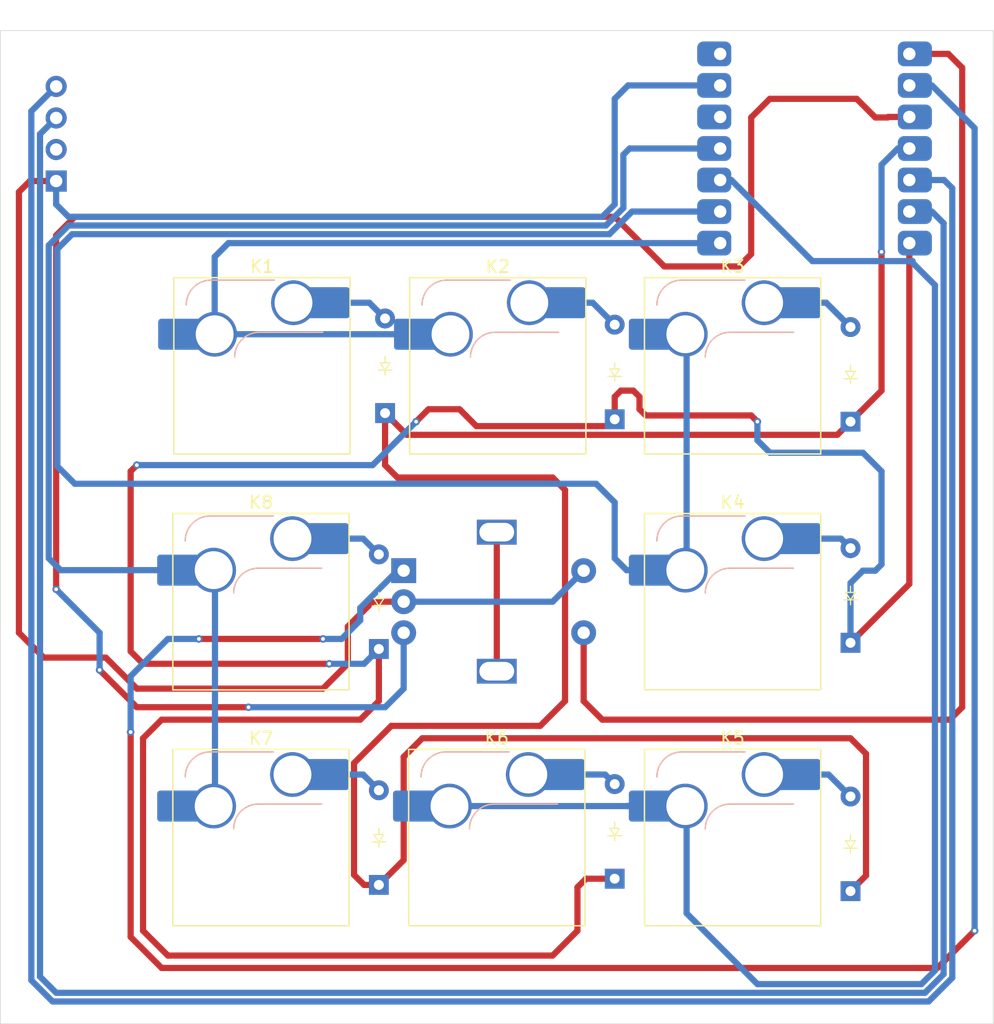
<source format=kicad_pcb>
(kicad_pcb (version 20240108) (generator "pcbnew") (generator_version "8.0")
  (layers (0 "F.Cu" signal) (31 "B.Cu" signal) (34 "B.Paste" user) (35 "F.Paste" user) (36 "B.SilkS" user "B.Silkscreen") (37 "F.SilkS" user "F.Silkscreen") (38 "B.Mask" user) (39 "F.Mask" user) (44 "Edge.Cuts" user))
  (net 0 "")
  (net 1 "ROW1")
  (net 2 "Net-(D1-A)")
  (net 4 "Net-(D3-A)")
  (net 5 "Net-(D4-A)")
  (net 6 "Net-(D5-A)")
  (net 7 "Net-(D6-A)")
  (net 8 "Net-(D7-A)")
  (net 9 "Net-(D8-A)")
  (net 10 "SDA")
  (net 11 "GND")
  (net 12 "SCL")
  (net 13 "+3V3R")
  (net 14 "COL1")
  (net 15 "COL2")
  (net 16 "ROTA1")
  (net 17 "ROTB1")
  (net 18 "ROTSW1")
  (net 19 "VCC")
  (net 21 "ROW2")
  (net 22 "COL3")
  (net 23 "COL4")
  (footprint "ScottoKeebs_Hotswap:Hotswap_MX_Plated_1.00u" (layer "F.Cu") (at 52 78)
    (property "Reference" "K6" (at 0 -8 0) (layer "F.SilkS"))
    (property "Value" "Keyswitch")
    (fp_line (start -4.1 -6.9) (end 1 -6.9) (stroke (width 0.12)) (layer "B.SilkS"))
    (fp_line (start -0.2 -2.7) (end 4.9 -2.7) (stroke (width 0.12)) (layer "B.SilkS"))
    (fp_arc (start -6.1 -4.9) (mid -5.514214 -6.314214) (end -4.1 -6.9) (stroke (width 0.12)) (layer "B.SilkS"))
    (fp_arc (start -2.2 -0.7) (mid -1.614214 -2.114214) (end -0.2 -2.7) (stroke (width 0.12)) (layer "B.SilkS"))
    (fp_line (start -7.1 -7.1) (end -7.1 7.1) (stroke (width 0.12)) (layer "F.SilkS"))
    (fp_line (start -7.1 7.1) (end 7.1 7.1) (stroke (width 0.12)) (layer "F.SilkS"))
    (fp_line (start 7.1 -7.1) (end -7.1 -7.1) (stroke (width 0.12)) (layer "F.SilkS"))
    (fp_line (start 7.1 7.1) (end 7.1 -7.1) (stroke (width 0.12)) (layer "F.SilkS"))
    (pad "" np_thru_hole circle (at -5.08 0) (size 1.75 1.75) (drill 1.75) (layers "F&B.Cu" "*.Mask") (clearance 0.1))
    (pad "" np_thru_hole circle (at 0 0) (size 4 4) (drill 4) (layers "*.Cu" "*.Mask"))
    (pad "" np_thru_hole circle (at 5.08 0) (size 1.75 1.75) (drill 1.75) (layers "*.Cu" "*.Mask"))
    (pad "1" smd roundrect (at -6.585 -2.54) (size 3.55 2.5) (layers "B.Cu") (roundrect_rratio 0.1) (net 22 "COL3"))
    (pad "1" thru_hole circle (at -3.81 -2.54) (size 3.6 3.6) (drill 3.05) (layers "*.Cu" "*.Mask") (net 22 "COL3"))
    (pad "2" thru_hole circle (at 2.54 -5.08) (size 3.6 3.6) (drill 3.05) (layers "*.Cu" "*.Mask") (net 7 "Net-(D6-A)"))
    (pad "2" smd roundrect (at 5.32 -5.08) (size 3.55 2.5) (layers "B.Cu") (roundrect_rratio 0.1) (net 7 "Net-(D6-A)"))
  )
  (footprint "ScottoKeebs_Components:Diode_DO-35" (layer "F.Cu") (at 43 43.81 90)
    (property "Reference" "D1" (hide yes))
    (property "Value" "Diode" (hide yes))
    (fp_line (start 3.46 -0.55) (end 3.46 0.55) (stroke (width 0.1)) (layer "F.SilkS"))
    (fp_line (start 4.06 -0.4) (end 4.06 0.4) (stroke (width 0.1)) (layer "F.SilkS"))
    (fp_line (start 4.06 0) (end 4.56 0) (stroke (width 0.1)) (layer "F.SilkS"))
    (fp_line (start 3.46 0) (end 4.06 -0.4) (stroke (width 0.1)) (layer "F.SilkS"))
    (fp_line (start 3.06 0) (end 3.46 0) (stroke (width 0.1)) (layer "F.SilkS"))
    (fp_line (start 4.06 0.4) (end 3.46 0) (stroke (width 0.1)) (layer "F.SilkS"))
    (pad "1" thru_hole rect (at 0 0 90) (size 1.6 1.6) (drill 0.8) (layers "*.Cu" "*.Mask") (net 1 "ROW1"))
    (pad "2" thru_hole oval (at 7.62 0 90) (size 1.6 1.6) (drill 0.8) (layers "*.Cu" "*.Mask") (net 2 "Net-(D1-A)"))
  )
  (footprint "ScottoKeebs_Components:Diode_DO-35" (layer "F.Cu") (at 61.5 81.31 90)
    (property "Reference" "D6" (hide yes))
    (property "Value" "Diode" (hide yes))
    (fp_line (start 3.46 -0.55) (end 3.46 0.55) (stroke (width 0.1)) (layer "F.SilkS"))
    (fp_line (start 4.06 -0.4) (end 4.06 0.4) (stroke (width 0.1)) (layer "F.SilkS"))
    (fp_line (start 4.06 0) (end 4.56 0) (stroke (width 0.1)) (layer "F.SilkS"))
    (fp_line (start 3.46 0) (end 4.06 -0.4) (stroke (width 0.1)) (layer "F.SilkS"))
    (fp_line (start 3.06 0) (end 3.46 0) (stroke (width 0.1)) (layer "F.SilkS"))
    (fp_line (start 4.06 0.4) (end 3.46 0) (stroke (width 0.1)) (layer "F.SilkS"))
    (pad "1" thru_hole rect (at 0 0 90) (size 1.6 1.6) (drill 0.8) (layers "*.Cu" "*.Mask") (net 21 "ROW2"))
    (pad "2" thru_hole oval (at 7.62 0 90) (size 1.6 1.6) (drill 0.8) (layers "*.Cu" "*.Mask") (net 7 "Net-(D6-A)"))
  )
  (footprint "ScottoKeebs_Scotto:Standoff_M2x6mm" (layer "F.Cu") (at 19 32)
    (property "Reference" "H5" (hide yes))
    (property "Value" "MountingHole" (hide yes))
    (pad "" np_thru_hole circle (at 0 0) (size 2.2 2.2) (drill 2.2) (layers "*.Cu" "*.Mask"))
  )
  (footprint "ScottoKeebs_Hotswap:Hotswap_MX_Plated_1.00u" (layer "F.Cu") (at 71 78)
    (property "Reference" "K5" (at 0 -8 0) (layer "F.SilkS"))
    (property "Value" "Keyswitch")
    (fp_line (start -4.1 -6.9) (end 1 -6.9) (stroke (width 0.12)) (layer "B.SilkS"))
    (fp_line (start -0.2 -2.7) (end 4.9 -2.7) (stroke (width 0.12)) (layer "B.SilkS"))
    (fp_arc (start -6.1 -4.9) (mid -5.514214 -6.314214) (end -4.1 -6.9) (stroke (width 0.12)) (layer "B.SilkS"))
    (fp_arc (start -2.2 -0.7) (mid -1.614214 -2.114214) (end -0.2 -2.7) (stroke (width 0.12)) (layer "B.SilkS"))
    (fp_line (start -7.1 -7.1) (end -7.1 7.1) (stroke (width 0.12)) (layer "F.SilkS"))
    (fp_line (start -7.1 7.1) (end 7.1 7.1) (stroke (width 0.12)) (layer "F.SilkS"))
    (fp_line (start 7.1 -7.1) (end -7.1 -7.1) (stroke (width 0.12)) (layer "F.SilkS"))
    (fp_line (start 7.1 7.1) (end 7.1 -7.1) (stroke (width 0.12)) (layer "F.SilkS"))
    (pad "" np_thru_hole circle (at -5.08 0) (size 1.75 1.75) (drill 1.75) (layers "F&B.Cu" "*.Mask") (clearance 0.1))
    (pad "" np_thru_hole circle (at 0 0) (size 4 4) (drill 4) (layers "*.Cu" "*.Mask"))
    (pad "" np_thru_hole circle (at 5.08 0) (size 1.75 1.75) (drill 1.75) (layers "*.Cu" "*.Mask"))
    (pad "1" smd roundrect (at -6.585 -2.54) (size 3.55 2.5) (layers "B.Cu") (roundrect_rratio 0.1) (net 22 "COL3"))
    (pad "1" thru_hole circle (at -3.81 -2.54) (size 3.6 3.6) (drill 3.05) (layers "*.Cu" "*.Mask") (net 22 "COL3"))
    (pad "2" thru_hole circle (at 2.54 -5.08) (size 3.6 3.6) (drill 3.05) (layers "*.Cu" "*.Mask") (net 6 "Net-(D5-A)"))
    (pad "2" smd roundrect (at 5.32 -5.08) (size 3.55 2.5) (layers "B.Cu") (roundrect_rratio 0.1) (net 6 "Net-(D5-A)"))
  )
  (footprint "ScottoKeebs_Scotto:Encoder_EC11_MX" (layer "F.Cu") (at 52 59)
    (property "Reference" "SW1" (hide yes))
    (property "Value" "RotaryEncoder_Switch" (hide yes))
    (pad "A" thru_hole rect (at -7.5 -2.5) (size 2 2) (drill 1) (layers "*.Cu" "*.Mask") (net 16 "ROTA1"))
    (pad "B" thru_hole circle (at -7.5 2.5) (size 2 2) (drill 1) (layers "*.Cu" "*.Mask") (net 17 "ROTB1"))
    (pad "C" thru_hole circle (at -7.5 0) (size 2 2) (drill 1) (layers "*.Cu" "*.Mask") (net 11 "GND"))
    (pad "MP" thru_hole rect (at 0 -5.6) (size 3.2 2) (drill oval 2.8 1.5) (layers "*.Cu" "*.Mask"))
    (pad "MP" thru_hole rect (at 0 5.6) (size 3.2 2) (drill oval 2.8 1.5) (layers "*.Cu" "*.Mask"))
    (pad "S1" thru_hole circle (at 7 2.5) (size 2 2) (drill 1) (layers "*.Cu" "*.Mask") (net 18 "ROTSW1"))
    (pad "S2" thru_hole circle (at 7 -2.5) (size 2 2) (drill 1) (layers "*.Cu" "*.Mask") (net 11 "GND"))
  )
  (footprint "ScottoKeebs_Components:Diode_DO-35" (layer "F.Cu") (at 80.5 62.31 90)
    (property "Reference" "D4" (hide yes))
    (property "Value" "Diode" (hide yes))
    (fp_line (start 3.46 -0.55) (end 3.46 0.55) (stroke (width 0.1)) (layer "F.SilkS"))
    (fp_line (start 4.06 -0.4) (end 4.06 0.4) (stroke (width 0.1)) (layer "F.SilkS"))
    (fp_line (start 4.06 0) (end 4.56 0) (stroke (width 0.1)) (layer "F.SilkS"))
    (fp_line (start 3.46 0) (end 4.06 -0.4) (stroke (width 0.1)) (layer "F.SilkS"))
    (fp_line (start 3.06 0) (end 3.46 0) (stroke (width 0.1)) (layer "F.SilkS"))
    (fp_line (start 4.06 0.4) (end 3.46 0) (stroke (width 0.1)) (layer "F.SilkS"))
    (pad "1" thru_hole rect (at 0 0 90) (size 1.6 1.6) (drill 0.8) (layers "*.Cu" "*.Mask") (net 21 "ROW2"))
    (pad "2" thru_hole oval (at 7.62 0 90) (size 1.6 1.6) (drill 0.8) (layers "*.Cu" "*.Mask") (net 5 "Net-(D4-A)"))
  )
  (footprint "ScottoKeebs_Hotswap:Hotswap_MX_Plated_1.00u" (layer "F.Cu") (at 33 78)
    (property "Reference" "K7" (at 0 -8 0) (layer "F.SilkS"))
    (property "Value" "Keyswitch")
    (fp_line (start -4.1 -6.9) (end 1 -6.9) (stroke (width 0.12)) (layer "B.SilkS"))
    (fp_line (start -0.2 -2.7) (end 4.9 -2.7) (stroke (width 0.12)) (layer "B.SilkS"))
    (fp_arc (start -6.1 -4.9) (mid -5.514214 -6.314214) (end -4.1 -6.9) (stroke (width 0.12)) (layer "B.SilkS"))
    (fp_arc (start -2.2 -0.7) (mid -1.614214 -2.114214) (end -0.2 -2.7) (stroke (width 0.12)) (layer "B.SilkS"))
    (fp_line (start -7.1 -7.1) (end -7.1 7.1) (stroke (width 0.12)) (layer "F.SilkS"))
    (fp_line (start -7.1 7.1) (end 7.1 7.1) (stroke (width 0.12)) (layer "F.SilkS"))
    (fp_line (start 7.1 -7.1) (end -7.1 -7.1) (stroke (width 0.12)) (layer "F.SilkS"))
    (fp_line (start 7.1 7.1) (end 7.1 -7.1) (stroke (width 0.12)) (layer "F.SilkS"))
    (pad "" np_thru_hole circle (at -5.08 0) (size 1.75 1.75) (drill 1.75) (layers "F&B.Cu" "*.Mask") (clearance 0.1))
    (pad "" np_thru_hole circle (at 0 0) (size 4 4) (drill 4) (layers "*.Cu" "*.Mask"))
    (pad "" np_thru_hole circle (at 5.08 0) (size 1.75 1.75) (drill 1.75) (layers "*.Cu" "*.Mask"))
    (pad "1" smd roundrect (at -6.585 -2.54) (size 3.55 2.5) (layers "B.Cu") (roundrect_rratio 0.1) (net 23 "COL4"))
    (pad "1" thru_hole circle (at -3.81 -2.54) (size 3.6 3.6) (drill 3.05) (layers "*.Cu" "*.Mask") (net 23 "COL4"))
    (pad "2" thru_hole circle (at 2.54 -5.08) (size 3.6 3.6) (drill 3.05) (layers "*.Cu" "*.Mask") (net 8 "Net-(D7-A)"))
    (pad "2" smd roundrect (at 5.32 -5.08) (size 3.55 2.5) (layers "B.Cu") (roundrect_rratio 0.1) (net 8 "Net-(D7-A)"))
  )
  (footprint "ScottoKeebs_Components:Diode_DO-35" (layer "F.Cu") (at 80.5 44.5 90)
    (property "Reference" "D3" (hide yes))
    (property "Value" "Diode" (hide yes))
    (fp_line (start 3.46 -0.55) (end 3.46 0.55) (stroke (width 0.1)) (layer "F.SilkS"))
    (fp_line (start 4.06 -0.4) (end 4.06 0.4) (stroke (width 0.1)) (layer "F.SilkS"))
    (fp_line (start 4.06 0) (end 4.56 0) (stroke (width 0.1)) (layer "F.SilkS"))
    (fp_line (start 3.46 0) (end 4.06 -0.4) (stroke (width 0.1)) (layer "F.SilkS"))
    (fp_line (start 3.06 0) (end 3.46 0) (stroke (width 0.1)) (layer "F.SilkS"))
    (fp_line (start 4.06 0.4) (end 3.46 0) (stroke (width 0.1)) (layer "F.SilkS"))
    (pad "1" thru_hole rect (at 0 0 90) (size 1.6 1.6) (drill 0.8) (layers "*.Cu" "*.Mask") (net 1 "ROW1"))
    (pad "2" thru_hole oval (at 7.62 0 90) (size 1.6 1.6) (drill 0.8) (layers "*.Cu" "*.Mask") (net 4 "Net-(D3-A)"))
  )
  (footprint "ScottoKeebs_Scotto:Standoff_M2x6mm" (layer "F.Cu") (at 84.5 86)
    (property "Reference" "H1" (hide yes))
    (property "Value" "MountingHole" (hide yes))
    (pad "" np_thru_hole circle (at 0 0) (size 2.2 2.2) (drill 2.2) (layers "*.Cu" "*.Mask"))
  )
  (footprint "ScottoKeebs_Components:OLED_128x32" (layer "F.Cu") (at 14.9 15.32)
    (property "Reference" "J1" (hide yes))
    (property "Value" "OLED_128x32")
    (pad "1" thru_hole rect (at 1.6 9.8 180) (size 1.7 1.7) (drill 1) (layers "*.Cu" "*.Mask") (net 11 "GND"))
    (pad "2" thru_hole oval (at 1.6 7.26 180) (size 1.7 1.7) (drill 1) (layers "*.Cu" "*.Mask") (net 13 "+3V3R"))
    (pad "3" thru_hole oval (at 1.6 4.72 180) (size 1.7 1.7) (drill 1) (layers "*.Cu" "*.Mask") (net 12 "SCL"))
    (pad "4" thru_hole oval (at 1.6 2.18 180) (size 1.7 1.7) (drill 1) (layers "*.Cu" "*.Mask") (net 10 "SDA"))
  )
  (footprint "ScottoKeebs_Components:Diode_DO-35" (layer "F.Cu") (at 42.5 62.81 90)
    (property "Reference" "D8" (hide yes))
    (property "Value" "Diode" (hide yes))
    (fp_line (start 3.46 -0.55) (end 3.46 0.55) (stroke (width 0.1)) (layer "F.SilkS"))
    (fp_line (start 4.06 -0.4) (end 4.06 0.4) (stroke (width 0.1)) (layer "F.SilkS"))
    (fp_line (start 4.06 0) (end 4.56 0) (stroke (width 0.1)) (layer "F.SilkS"))
    (fp_line (start 3.46 0) (end 4.06 -0.4) (stroke (width 0.1)) (layer "F.SilkS"))
    (fp_line (start 3.06 0) (end 3.46 0) (stroke (width 0.1)) (layer "F.SilkS"))
    (fp_line (start 4.06 0.4) (end 3.46 0) (stroke (width 0.1)) (layer "F.SilkS"))
    (pad "1" thru_hole rect (at 0 0 90) (size 1.6 1.6) (drill 0.8) (layers "*.Cu" "*.Mask") (net 21 "ROW2"))
    (pad "2" thru_hole oval (at 7.62 0 90) (size 1.6 1.6) (drill 0.8) (layers "*.Cu" "*.Mask") (net 9 "Net-(D8-A)"))
  )
  (footprint "ScottoKeebs_Hotswap:Hotswap_MX_Plated_1.00u" (layer "F.Cu") (at 71 59)
    (property "Reference" "K4" (at 0 -8 0) (layer "F.SilkS"))
    (property "Value" "Keyswitch")
    (fp_line (start -4.1 -6.9) (end 1 -6.9) (stroke (width 0.12)) (layer "B.SilkS"))
    (fp_line (start -0.2 -2.7) (end 4.9 -2.7) (stroke (width 0.12)) (layer "B.SilkS"))
    (fp_arc (start -6.1 -4.9) (mid -5.514214 -6.314214) (end -4.1 -6.9) (stroke (width 0.12)) (layer "B.SilkS"))
    (fp_arc (start -2.2 -0.7) (mid -1.614214 -2.114214) (end -0.2 -2.7) (stroke (width 0.12)) (layer "B.SilkS"))
    (fp_line (start -7.1 -7.1) (end -7.1 7.1) (stroke (width 0.12)) (layer "F.SilkS"))
    (fp_line (start -7.1 7.1) (end 7.1 7.1) (stroke (width 0.12)) (layer "F.SilkS"))
    (fp_line (start 7.1 -7.1) (end -7.1 -7.1) (stroke (width 0.12)) (layer "F.SilkS"))
    (fp_line (start 7.1 7.1) (end 7.1 -7.1) (stroke (width 0.12)) (layer "F.SilkS"))
    (pad "" np_thru_hole circle (at -5.08 0) (size 1.75 1.75) (drill 1.75) (layers "F&B.Cu" "*.Mask") (clearance 0.1))
    (pad "" np_thru_hole circle (at 0 0) (size 4 4) (drill 4) (layers "*.Cu" "*.Mask"))
    (pad "" np_thru_hole circle (at 5.08 0) (size 1.75 1.75) (drill 1.75) (layers "*.Cu" "*.Mask"))
    (pad "1" smd roundrect (at -6.585 -2.54) (size 3.55 2.5) (layers "B.Cu") (roundrect_rratio 0.1) (net 15 "COL2"))
    (pad "1" thru_hole circle (at -3.81 -2.54) (size 3.6 3.6) (drill 3.05) (layers "*.Cu" "*.Mask") (net 15 "COL2"))
    (pad "2" thru_hole circle (at 2.54 -5.08) (size 3.6 3.6) (drill 3.05) (layers "*.Cu" "*.Mask") (net 5 "Net-(D4-A)"))
    (pad "2" smd roundrect (at 5.32 -5.08) (size 3.55 2.5) (layers "B.Cu") (roundrect_rratio 0.1) (net 5 "Net-(D4-A)"))
  )
  (footprint "ScottoKeebs_Scotto:Standoff_M2x6mm" (layer "F.Cu") (at 57 17)
    (property "Reference" "H2" (hide yes))
    (property "Value" "MountingHole" (hide yes))
    (pad "" np_thru_hole circle (at 0 0) (size 2.2 2.2) (drill 2.2) (layers "*.Cu" "*.Mask"))
  )
  (footprint "ScottoKeebs_Hotswap:Hotswap_MX_Plated_1.00u" (layer "F.Cu") (at 33.08 40)
    (property "Reference" "K1" (at 0 -8 0) (layer "F.SilkS"))
    (property "Value" "Keyswitch")
    (fp_line (start -4.1 -6.9) (end 1 -6.9) (stroke (width 0.12)) (layer "B.SilkS"))
    (fp_line (start -0.2 -2.7) (end 4.9 -2.7) (stroke (width 0.12)) (layer "B.SilkS"))
    (fp_arc (start -6.1 -4.9) (mid -5.514214 -6.314214) (end -4.1 -6.9) (stroke (width 0.12)) (layer "B.SilkS"))
    (fp_arc (start -2.2 -0.7) (mid -1.614214 -2.114214) (end -0.2 -2.7) (stroke (width 0.12)) (layer "B.SilkS"))
    (fp_line (start -7.1 -7.1) (end -7.1 7.1) (stroke (width 0.12)) (layer "F.SilkS"))
    (fp_line (start -7.1 7.1) (end 7.1 7.1) (stroke (width 0.12)) (layer "F.SilkS"))
    (fp_line (start 7.1 -7.1) (end -7.1 -7.1) (stroke (width 0.12)) (layer "F.SilkS"))
    (fp_line (start 7.1 7.1) (end 7.1 -7.1) (stroke (width 0.12)) (layer "F.SilkS"))
    (pad "" np_thru_hole circle (at -5.08 0) (size 1.75 1.75) (drill 1.75) (layers "F&B.Cu" "*.Mask") (clearance 0.1))
    (pad "" np_thru_hole circle (at 0 0) (size 4 4) (drill 4) (layers "*.Cu" "*.Mask"))
    (pad "" np_thru_hole circle (at 5.08 0) (size 1.75 1.75) (drill 1.75) (layers "*.Cu" "*.Mask"))
    (pad "1" smd roundrect (at -6.585 -2.54) (size 3.55 2.5) (layers "B.Cu") (roundrect_rratio 0.1) (net 14 "COL1"))
    (pad "1" thru_hole circle (at -3.81 -2.54) (size 3.6 3.6) (drill 3.05) (layers "*.Cu" "*.Mask") (net 14 "COL1"))
    (pad "2" thru_hole circle (at 2.54 -5.08) (size 3.6 3.6) (drill 3.05) (layers "*.Cu" "*.Mask") (net 2 "Net-(D1-A)"))
    (pad "2" smd roundrect (at 5.32 -5.08) (size 3.55 2.5) (layers "B.Cu") (roundrect_rratio 0.1) (net 2 "Net-(D1-A)"))
  )
  (footprint "ScottoKeebs_Components:Diode_DO-35" (layer "F.Cu") (at 80.5 82.31 90)
    (property "Reference" "D5" (hide yes))
    (property "Value" "Diode" (hide yes))
    (fp_line (start 3.46 -0.55) (end 3.46 0.55) (stroke (width 0.1)) (layer "F.SilkS"))
    (fp_line (start 4.06 -0.4) (end 4.06 0.4) (stroke (width 0.1)) (layer "F.SilkS"))
    (fp_line (start 4.06 0) (end 4.56 0) (stroke (width 0.1)) (layer "F.SilkS"))
    (fp_line (start 3.46 0) (end 4.06 -0.4) (stroke (width 0.1)) (layer "F.SilkS"))
    (fp_line (start 3.06 0) (end 3.46 0) (stroke (width 0.1)) (layer "F.SilkS"))
    (fp_line (start 4.06 0.4) (end 3.46 0) (stroke (width 0.1)) (layer "F.SilkS"))
    (pad "1" thru_hole rect (at 0 0 90) (size 1.6 1.6) (drill 0.8) (layers "*.Cu" "*.Mask") (net 1 "ROW1"))
    (pad "2" thru_hole oval (at 7.62 0 90) (size 1.6 1.6) (drill 0.8) (layers "*.Cu" "*.Mask") (net 6 "Net-(D5-A)"))
  )
  (footprint "ScottoKeebs_Components:Diode_DO-35" (layer "F.Cu") (at 61.5 44.31 90)
    (property "Reference" "D2" (hide yes))
    (property "Value" "Diode" (hide yes))
    (fp_line (start 3.46 -0.55) (end 3.46 0.55) (stroke (width 0.1)) (layer "F.SilkS"))
    (fp_line (start 4.06 -0.4) (end 4.06 0.4) (stroke (width 0.1)) (layer "F.SilkS"))
    (fp_line (start 4.06 0) (end 4.56 0) (stroke (width 0.1)) (layer "F.SilkS"))
    (fp_line (start 3.46 0) (end 4.06 -0.4) (stroke (width 0.1)) (layer "F.SilkS"))
    (fp_line (start 3.06 0) (end 3.46 0) (stroke (width 0.1)) (layer "F.SilkS"))
    (fp_line (start 4.06 0.4) (end 3.46 0) (stroke (width 0.1)) (layer "F.SilkS"))
    (pad "1" thru_hole rect (at 0 0 90) (size 1.6 1.6) (drill 0.8) (layers "*.Cu" "*.Mask") (net 21 "ROW2"))
    (pad "2" thru_hole oval (at 7.62 0 90) (size 1.6 1.6) (drill 0.8) (layers "*.Cu" "*.Mask"))
  )
  (footprint "ScottoKeebs_Hotswap:Hotswap_MX_Plated_1.00u" (layer "F.Cu") (at 33 59)
    (property "Reference" "K8" (at 0 -8 0) (layer "F.SilkS"))
    (property "Value" "Keyswitch")
    (fp_line (start -4.1 -6.9) (end 1 -6.9) (stroke (width 0.12)) (layer "B.SilkS"))
    (fp_line (start -0.2 -2.7) (end 4.9 -2.7) (stroke (width 0.12)) (layer "B.SilkS"))
    (fp_arc (start -6.1 -4.9) (mid -5.514214 -6.314214) (end -4.1 -6.9) (stroke (width 0.12)) (layer "B.SilkS"))
    (fp_arc (start -2.2 -0.7) (mid -1.614214 -2.114214) (end -0.2 -2.7) (stroke (width 0.12)) (layer "B.SilkS"))
    (fp_line (start -7.1 -7.1) (end -7.1 7.1) (stroke (width 0.12)) (layer "F.SilkS"))
    (fp_line (start -7.1 7.1) (end 7.1 7.1) (stroke (width 0.12)) (layer "F.SilkS"))
    (fp_line (start 7.1 -7.1) (end -7.1 -7.1) (stroke (width 0.12)) (layer "F.SilkS"))
    (fp_line (start 7.1 7.1) (end 7.1 -7.1) (stroke (width 0.12)) (layer "F.SilkS"))
    (pad "" np_thru_hole circle (at -5.08 0) (size 1.75 1.75) (drill 1.75) (layers "F&B.Cu" "*.Mask") (clearance 0.1))
    (pad "" np_thru_hole circle (at 0 0) (size 4 4) (drill 4) (layers "*.Cu" "*.Mask"))
    (pad "" np_thru_hole circle (at 5.08 0) (size 1.75 1.75) (drill 1.75) (layers "*.Cu" "*.Mask"))
    (pad "1" smd roundrect (at -6.585 -2.54) (size 3.55 2.5) (layers "B.Cu") (roundrect_rratio 0.1) (net 23 "COL4"))
    (pad "1" thru_hole circle (at -3.81 -2.54) (size 3.6 3.6) (drill 3.05) (layers "*.Cu" "*.Mask") (net 23 "COL4"))
    (pad "2" thru_hole circle (at 2.54 -5.08) (size 3.6 3.6) (drill 3.05) (layers "*.Cu" "*.Mask") (net 9 "Net-(D8-A)"))
    (pad "2" smd roundrect (at 5.32 -5.08) (size 3.55 2.5) (layers "B.Cu") (roundrect_rratio 0.1) (net 9 "Net-(D8-A)"))
  )
  (footprint "ScottoKeebs_Scotto:Standoff_M2x6mm" (layer "F.Cu") (at 84.5 64.5)
    (property "Reference" "H3" (hide yes))
    (property "Value" "MountingHole" (hide yes))
    (pad "" np_thru_hole circle (at 0 0) (size 2.2 2.2) (drill 2.2) (layers "*.Cu" "*.Mask"))
  )
  (footprint "ScottoKeebs_Components:Diode_DO-35" (layer "F.Cu") (at 42.5 81.81 90)
    (property "Reference" "D7" (hide yes))
    (property "Value" "Diode" (hide yes))
    (fp_line (start 3.46 -0.55) (end 3.46 0.55) (stroke (width 0.1)) (layer "F.SilkS"))
    (fp_line (start 4.06 -0.4) (end 4.06 0.4) (stroke (width 0.1)) (layer "F.SilkS"))
    (fp_line (start 4.06 0) (end 4.56 0) (stroke (width 0.1)) (layer "F.SilkS"))
    (fp_line (start 3.46 0) (end 4.06 -0.4) (stroke (width 0.1)) (layer "F.SilkS"))
    (fp_line (start 3.06 0) (end 3.46 0) (stroke (width 0.1)) (layer "F.SilkS"))
    (fp_line (start 4.06 0.4) (end 3.46 0) (stroke (width 0.1)) (layer "F.SilkS"))
    (pad "1" thru_hole rect (at 0 0 90) (size 1.6 1.6) (drill 0.8) (layers "*.Cu" "*.Mask") (net 1 "ROW1"))
    (pad "2" thru_hole oval (at 7.62 0 90) (size 1.6 1.6) (drill 0.8) (layers "*.Cu" "*.Mask") (net 8 "Net-(D7-A)"))
  )
  (footprint "ScottoKeebs_Hotswap:Hotswap_MX_Plated_1.00u" (layer "F.Cu") (at 52.08 40)
    (property "Reference" "K2" (at 0 -8 0) (layer "F.SilkS"))
    (property "Value" "Keyswitch")
    (fp_line (start -4.1 -6.9) (end 1 -6.9) (stroke (width 0.12)) (layer "B.SilkS"))
    (fp_line (start -0.2 -2.7) (end 4.9 -2.7) (stroke (width 0.12)) (layer "B.SilkS"))
    (fp_arc (start -6.1 -4.9) (mid -5.514214 -6.314214) (end -4.1 -6.9) (stroke (width 0.12)) (layer "B.SilkS"))
    (fp_arc (start -2.2 -0.7) (mid -1.614214 -2.114214) (end -0.2 -2.7) (stroke (width 0.12)) (layer "B.SilkS"))
    (fp_line (start -7.1 -7.1) (end -7.1 7.1) (stroke (width 0.12)) (layer "F.SilkS"))
    (fp_line (start -7.1 7.1) (end 7.1 7.1) (stroke (width 0.12)) (layer "F.SilkS"))
    (fp_line (start 7.1 -7.1) (end -7.1 -7.1) (stroke (width 0.12)) (layer "F.SilkS"))
    (fp_line (start 7.1 7.1) (end 7.1 -7.1) (stroke (width 0.12)) (layer "F.SilkS"))
    (pad "" np_thru_hole circle (at -5.08 0) (size 1.75 1.75) (drill 1.75) (layers "F&B.Cu" "*.Mask") (clearance 0.1))
    (pad "" np_thru_hole circle (at 0 0) (size 4 4) (drill 4) (layers "*.Cu" "*.Mask"))
    (pad "" np_thru_hole circle (at 5.08 0) (size 1.75 1.75) (drill 1.75) (layers "*.Cu" "*.Mask"))
    (pad "1" smd roundrect (at -6.585 -2.54) (size 3.55 2.5) (layers "B.Cu") (roundrect_rratio 0.1))
    (pad "1" thru_hole circle (at -3.81 -2.54) (size 3.6 3.6) (drill 3.05) (layers "*.Cu" "*.Mask"))
    (pad "2" thru_hole circle (at 2.54 -5.08) (size 3.6 3.6) (drill 3.05) (layers "*.Cu" "*.Mask"))
    (pad "2" smd roundrect (at 5.32 -5.08) (size 3.55 2.5) (layers "B.Cu") (roundrect_rratio 0.1))
  )
  (footprint "ScottoKeebs_Hotswap:Hotswap_MX_Plated_1.00u" (layer "F.Cu") (at 71 40)
    (property "Reference" "K3" (at 0 -8 0) (layer "F.SilkS"))
    (property "Value" "Keyswitch")
    (fp_line (start -4.1 -6.9) (end 1 -6.9) (stroke (width 0.12)) (layer "B.SilkS"))
    (fp_line (start -0.2 -2.7) (end 4.9 -2.7) (stroke (width 0.12)) (layer "B.SilkS"))
    (fp_arc (start -6.1 -4.9) (mid -5.514214 -6.314214) (end -4.1 -6.9) (stroke (width 0.12)) (layer "B.SilkS"))
    (fp_arc (start -2.2 -0.7) (mid -1.614214 -2.114214) (end -0.2 -2.7) (stroke (width 0.12)) (layer "B.SilkS"))
    (fp_line (start -7.1 -7.1) (end -7.1 7.1) (stroke (width 0.12)) (layer "F.SilkS"))
    (fp_line (start -7.1 7.1) (end 7.1 7.1) (stroke (width 0.12)) (layer "F.SilkS"))
    (fp_line (start 7.1 -7.1) (end -7.1 -7.1) (stroke (width 0.12)) (layer "F.SilkS"))
    (fp_line (start 7.1 7.1) (end 7.1 -7.1) (stroke (width 0.12)) (layer "F.SilkS"))
    (pad "" np_thru_hole circle (at -5.08 0) (size 1.75 1.75) (drill 1.75) (layers "F&B.Cu" "*.Mask") (clearance 0.1))
    (pad "" np_thru_hole circle (at 0 0) (size 4 4) (drill 4) (layers "*.Cu" "*.Mask"))
    (pad "" np_thru_hole circle (at 5.08 0) (size 1.75 1.75) (drill 1.75) (layers "*.Cu" "*.Mask"))
    (pad "1" smd roundrect (at -6.585 -2.54) (size 3.55 2.5) (layers "B.Cu") (roundrect_rratio 0.1) (net 15 "COL2"))
    (pad "1" thru_hole circle (at -3.81 -2.54) (size 3.6 3.6) (drill 3.05) (layers "*.Cu" "*.Mask") (net 15 "COL2"))
    (pad "2" thru_hole circle (at 2.54 -5.08) (size 3.6 3.6) (drill 3.05) (layers "*.Cu" "*.Mask") (net 4 "Net-(D3-A)"))
    (pad "2" smd roundrect (at 5.32 -5.08) (size 3.55 2.5) (layers "B.Cu") (roundrect_rratio 0.1) (net 4 "Net-(D3-A)"))
  )
  (footprint "ScottoKeebs_Scotto:Standoff_M2x6mm" (layer "F.Cu") (at 18.5 86.5)
    (property "Reference" "H4" (hide yes))
    (property "Value" "MountingHole" (hide yes))
    (pad "" np_thru_hole circle (at 0 0) (size 2.2 2.2) (drill 2.2) (layers "*.Cu" "*.Mask"))
  )
  (footprint "ScottoKeebs_MCU:Seeed_XIAO_RP2040" (layer "B.Cu") (at 77.62 22.5 180)
    (property "Reference" "U2" (hide yes))
    (property "Value" "MCU_Seeed_XIAO_RP2040")
    (pad "1" smd roundrect (at -8.065 7.62 180) (size 2.75 2) (layers "B.Cu" "B.Paste" "B.Mask") (net 18 "ROTSW1"))
    (pad "1" thru_hole rect (at -7.62 7.62 90) (size 1.6 1.6) (drill 1) (layers "*.Cu" "*.Mask") (net 18 "ROTSW1"))
    (pad "2" smd roundrect (at -8.065 5.08 180) (size 2.75 2) (layers "B.Cu" "B.Paste" "B.Mask") (net 16 "ROTA1"))
    (pad "2" thru_hole circle (at -7.62 5.08 90) (size 1.6 1.6) (drill 1) (layers "*.Cu" "*.Mask") (net 16 "ROTA1"))
    (pad "3" smd roundrect (at -8.065 2.54 180) (size 2.75 2) (layers "B.Cu" "B.Paste" "B.Mask") (net 17 "ROTB1"))
    (pad "3" thru_hole circle (at -7.62 2.54 90) (size 1.6 1.6) (drill 1) (layers "*.Cu" "*.Mask") (net 17 "ROTB1"))
    (pad "4" smd roundrect (at -8.065 0 180) (size 2.75 2) (layers "B.Cu" "B.Paste" "B.Mask") (net 1 "ROW1"))
    (pad "4" thru_hole circle (at -7.62 0 90) (size 1.6 1.6) (drill 1) (layers "*.Cu" "*.Mask") (net 1 "ROW1"))
    (pad "5" smd roundrect (at -8.065 -2.54 180) (size 2.75 2) (layers "B.Cu" "B.Paste" "B.Mask") (net 10 "SDA"))
    (pad "5" thru_hole circle (at -7.62 -2.54 90) (size 1.6 1.6) (drill 1) (layers "*.Cu" "*.Mask") (net 10 "SDA"))
    (pad "6" smd roundrect (at -8.065 -5.08 180) (size 2.75 2) (layers "B.Cu" "B.Paste" "B.Mask") (net 12 "SCL"))
    (pad "6" thru_hole circle (at -7.62 -5.08 90) (size 1.6 1.6) (drill 1) (layers "*.Cu" "*.Mask") (net 12 "SCL"))
    (pad "7" smd roundrect (at -8.065 -7.62 180) (size 2.75 2) (layers "B.Cu" "B.Paste" "B.Mask") (net 21 "ROW2"))
    (pad "7" thru_hole circle (at -7.62 -7.62 90) (size 1.6 1.6) (drill 1) (layers "*.Cu" "*.Mask") (net 21 "ROW2"))
    (pad "8" thru_hole circle (at 7.62 -7.62 90) (size 1.6 1.6) (drill 1) (layers "*.Cu" "*.Mask") (net 14 "COL1"))
    (pad "8" smd roundrect (at 8.1 -7.62 180) (size 2.75 2) (layers "B.Cu" "B.Paste" "B.Mask") (net 14 "COL1"))
    (pad "9" thru_hole circle (at 7.62 -5.08 90) (size 1.6 1.6) (drill 1) (layers "*.Cu" "*.Mask") (net 15 "COL2"))
    (pad "9" smd roundrect (at 8.1 -5.08 180) (size 2.75 2) (layers "B.Cu" "B.Paste" "B.Mask") (net 15 "COL2"))
    (pad "10" thru_hole circle (at 7.62 -2.54 90) (size 1.6 1.6) (drill 1) (layers "*.Cu" "*.Mask") (net 22 "COL3"))
    (pad "10" smd roundrect (at 8.1 -2.54 180) (size 2.75 2) (layers "B.Cu" "B.Paste" "B.Mask") (net 22 "COL3"))
    (pad "11" thru_hole circle (at 7.62 0 90) (size 1.6 1.6) (drill 1) (layers "*.Cu" "*.Mask") (net 23 "COL4"))
    (pad "11" smd roundrect (at 8.1 0 180) (size 2.75 2) (layers "B.Cu" "B.Paste" "B.Mask") (net 23 "COL4"))
    (pad "12" thru_hole circle (at 7.62 2.54 90) (size 1.6 1.6) (drill 1) (layers "*.Cu" "*.Mask"))
    (pad "12" smd roundrect (at 8.1 2.54 180) (size 2.75 2) (layers "B.Cu" "B.Paste" "B.Mask"))
    (pad "13" thru_hole circle (at 7.62 5.08 90) (size 1.6 1.6) (drill 1) (layers "*.Cu" "*.Mask") (net 11 "GND"))
    (pad "13" smd roundrect (at 8.1 5.08 180) (size 2.75 2) (layers "B.Cu" "B.Paste" "B.Mask") (net 11 "GND"))
    (pad "14" thru_hole circle (at 7.62 7.62 90) (size 1.6 1.6) (drill 1) (layers "*.Cu" "*.Mask") (net 19 "VCC"))
    (pad "14" smd roundrect (at 8.1 7.62 180) (size 2.75 2) (layers "B.Cu" "B.Paste" "B.Mask") (net 19 "VCC"))
  )
  (gr_rect (start 12 13) (end 92 93) (stroke (width 0.05)) (fill none) (layer "Edge.Cuts"))
  (segment (start 52 53.4) (end 52 64.6) (width 0.5) (layer "F.Cu") (net 0))
  (segment (start 54.62 34.92) (end 59.73 34.92) (width 0.5) (layer "B.Cu") (net 0))
  (segment (start 59.73 34.92) (end 61.5 36.69) (width 0.5) (layer "B.Cu") (net 0))
  (segment (start 44.75 45.56) (end 43 43.81) (width 0.5) (layer "F.Cu") (net 1))
  (segment (start 80.5 82.31) (end 81.75 81.06) (width 0.5) (layer "F.Cu") (net 1))
  (segment (start 43 48) (end 43 43.81) (width 0.5) (layer "F.Cu") (net 1))
  (segment (start 44.5 71.5) (end 44.5 79.81) (width 0.5) (layer "F.Cu") (net 1))
  (segment (start 81.75 71.25) (end 80.5 70) (width 0.5) (layer "F.Cu") (net 1))
  (segment (start 57.5 67) (end 57.5 50) (width 0.5) (layer "F.Cu") (net 1))
  (segment (start 83 42) (end 80.5 44.5) (width 0.5) (layer "F.Cu") (net 1))
  (segment (start 80.5 70) (end 46 70) (width 0.5) (layer "F.Cu") (net 1))
  (segment (start 41.31 81.81) (end 40.5 81) (width 0.5) (layer "F.Cu") (net 1))
  (segment (start 83 30.82) (end 83 42) (width 0.5) (layer "F.Cu") (net 1))
  (segment (start 42.5 81.81) (end 41.31 81.81) (width 0.5) (layer "F.Cu") (net 1))
  (segment (start 40.5 81) (end 40.5 72) (width 0.5) (layer "F.Cu") (net 1))
  (segment (start 43.5 69) (end 55.5 69) (width 0.5) (layer "F.Cu") (net 1))
  (segment (start 55.5 69) (end 57.5 67) (width 0.5) (layer "F.Cu") (net 1))
  (segment (start 81.75 81.06) (end 81.75 71.25) (width 0.5) (layer "F.Cu") (net 1))
  (segment (start 57.5 50) (end 56.5 49) (width 0.5) (layer "F.Cu") (net 1))
  (segment (start 80.5 44.5) (end 79.44 45.56) (width 0.5) (layer "F.Cu") (net 1))
  (segment (start 46 70) (end 44.5 71.5) (width 0.5) (layer "F.Cu") (net 1))
  (segment (start 40.5 72) (end 43.5 69) (width 0.5) (layer "F.Cu") (net 1))
  (segment (start 44.5 79.81) (end 42.5 81.81) (width 0.5) (layer "F.Cu") (net 1))
  (segment (start 56.5 49) (end 44 49) (width 0.5) (layer "F.Cu") (net 1))
  (segment (start 44 49) (end 43 48) (width 0.5) (layer "F.Cu") (net 1))
  (segment (start 79.44 45.56) (end 44.75 45.56) (width 0.5) (layer "F.Cu") (net 1))
  (via (at 83 30.82) (size 0.6) (drill 0.3) (layers "F.Cu" "B.Cu") (net 1))
  (segment (start 83 23.81) (end 83 30.82) (width 0.5) (layer "B.Cu") (net 1))
  (segment (start 85.685 22.5) (end 84.31 22.5) (width 0.5) (layer "B.Cu") (net 1))
  (segment (start 84.31 22.5) (end 83 23.81) (width 0.5) (layer "B.Cu") (net 1))
  (segment (start 35.62 34.92) (end 41.73 34.92) (width 0.5) (layer "B.Cu") (net 2))
  (segment (start 41.73 34.92) (end 43 36.19) (width 0.5) (layer "B.Cu") (net 2))
  (segment (start 78.54 34.92) (end 80.5 36.88) (width 0.5) (layer "B.Cu") (net 4))
  (segment (start 73.54 34.92) (end 78.54 34.92) (width 0.5) (layer "B.Cu") (net 4))
  (segment (start 73.54 53.92) (end 79.73 53.92) (width 0.5) (layer "B.Cu") (net 5))
  (segment (start 79.73 53.92) (end 80.5 54.69) (width 0.5) (layer "B.Cu") (net 5))
  (segment (start 78.73 72.92) (end 80.5 74.69) (width 0.5) (layer "B.Cu") (net 6))
  (segment (start 73.54 72.92) (end 78.73 72.92) (width 0.5) (layer "B.Cu") (net 6))
  (segment (start 60.73 72.92) (end 61.5 73.69) (width 0.5) (layer "B.Cu") (net 7))
  (segment (start 54.54 72.92) (end 60.73 72.92) (width 0.5) (layer "B.Cu") (net 7))
  (segment (start 41.23 72.92) (end 42.5 74.19) (width 0.5) (layer "B.Cu") (net 8))
  (segment (start 35.54 72.92) (end 41.23 72.92) (width 0.5) (layer "B.Cu") (net 8))
  (segment (start 35.54 72.92) (end 38.32 72.92) (width 0.5) (layer "B.Cu") (net 8))
  (segment (start 35.54 53.92) (end 41.23 53.92) (width 0.5) (layer "B.Cu") (net 9))
  (segment (start 41.23 53.92) (end 42.5 55.19) (width 0.5) (layer "B.Cu") (net 9))
  (segment (start 88.7 25.7) (end 88.04 25.04) (width 0.5) (layer "B.Cu") (net 10))
  (segment (start 14.5 89.48995) (end 16.21005 91.2) (width 0.5) (layer "B.Cu") (net 10))
  (segment (start 86.78995 91.2) (end 88.7 89.28995) (width 0.5) (layer "B.Cu") (net 10))
  (segment (start 88.04 25.04) (end 85.24 25.04) (width 0.5) (layer "B.Cu") (net 10))
  (segment (start 88.7 89.28995) (end 88.7 25.7) (width 0.5) (layer "B.Cu") (net 10))
  (segment (start 16.21005 91.2) (end 86.78995 91.2) (width 0.5) (layer "B.Cu") (net 10))
  (segment (start 14.5 19.5) (end 14.5 89.48995) (width 0.5) (layer "B.Cu") (net 10))
  (segment (start 16.5 17.5) (end 14.5 19.5) (width 0.5) (layer "B.Cu") (net 10))
  (segment (start 38 66) (end 40 64) (width 0.5) (layer "F.Cu") (net 11))
  (segment (start 40 61) (end 42 59) (width 0.5) (layer "F.Cu") (net 11))
  (segment (start 20.5 63.5) (end 23 66) (width 0.5) (layer "F.Cu") (net 11))
  (segment (start 40 64) (end 40 61) (width 0.5) (layer "F.Cu") (net 11))
  (segment (start 14.38 25.12) (end 13.5 26) (width 0.5) (layer "F.Cu") (net 11))
  (segment (start 13.5 26) (end 13.5 61.5) (width 0.5) (layer "F.Cu") (net 11))
  (segment (start 23 66) (end 38 66) (width 0.5) (layer "F.Cu") (net 11))
  (segment (start 16.5 25.12) (end 14.38 25.12) (width 0.5) (layer "F.Cu") (net 11))
  (segment (start 15.5 63.5) (end 20.5 63.5) (width 0.5) (layer "F.Cu") (net 11))
  (segment (start 13.5 61.5) (end 15.5 63.5) (width 0.5) (layer "F.Cu") (net 11))
  (segment (start 42 59) (end 44.5 59) (width 0.5) (layer "F.Cu") (net 11))
  (segment (start 61.5 18.5) (end 62.58 17.42) (width 0.5) (layer "B.Cu") (net 11))
  (segment (start 61.5 27) (end 61.5 18.5) (width 0.5) (layer "B.Cu") (net 11))
  (segment (start 16.5 27) (end 17.5 28) (width 0.5) (layer "B.Cu") (net 11))
  (segment (start 56.5 59) (end 44.5 59) (width 0.5) (layer "B.Cu") (net 11))
  (segment (start 60.5 28) (end 61.5 27) (width 0.5) (layer "B.Cu") (net 11))
  (segment (start 59 56.5) (end 56.5 59) (width 0.5) (layer "B.Cu") (net 11))
  (segment (start 62.58 17.42) (end 69.52 17.42) (width 0.5) (layer "B.Cu") (net 11))
  (segment (start 17.5 28) (end 60.5 28) (width 0.5) (layer "B.Cu") (net 11))
  (segment (start 16.5 25.12) (end 16.5 27) (width 0.5) (layer "B.Cu") (net 11))
  (segment (start 87.06 27.58) (end 85.685 27.58) (width 0.5) (layer "B.Cu") (net 12))
  (segment (start 16.5 20.04) (end 15.2 21.34) (width 0.5) (layer "B.Cu") (net 12))
  (segment (start 15.2 89.2) (end 16.5 90.5) (width 0.5) (layer "B.Cu") (net 12))
  (segment (start 15.2 21.34) (end 15.2 89.2) (width 0.5) (layer "B.Cu") (net 12))
  (segment (start 86.5 90.5) (end 88 89) (width 0.5) (layer "B.Cu") (net 12))
  (segment (start 88 28.52) (end 87.06 27.58) (width 0.5) (layer "B.Cu") (net 12))
  (segment (start 16.5 90.5) (end 86.5 90.5) (width 0.5) (layer "B.Cu") (net 12))
  (segment (start 88 89) (end 88 28.52) (width 0.5) (layer "B.Cu") (net 12))
  (segment (start 29.27 37.46) (end 48.27 37.46) (width 0.5) (layer "B.Cu") (net 14))
  (segment (start 29.27 31.23) (end 29.27 37.46) (width 0.5) (layer "B.Cu") (net 14))
  (segment (start 70 30.12) (end 30.38 30.12) (width 0.5) (layer "B.Cu") (net 14))
  (segment (start 30.38 30.12) (end 29.27 31.23) (width 0.5) (layer "B.Cu") (net 14))
  (segment (start 62.8999 27.58) (end 61.0799 29.4) (width 0.5) (layer "B.Cu") (net 15))
  (segment (start 60 49.5) (end 61.5 51) (width 0.5) (layer "B.Cu") (net 15))
  (segment (start 64.415 56.46) (end 67.19 56.46) (width 0.5) (layer "B.Cu") (net 15))
  (segment (start 17.78995 29.4) (end 16.6 30.58995) (width 0.5) (layer "B.Cu") (net 15))
  (segment (start 69.52 27.58) (end 62.8999 27.58) (width 0.5) (layer "B.Cu") (net 15))
  (segment (start 67.19 37.46) (end 67.295 37.565) (width 0.5) (layer "B.Cu") (net 15))
  (segment (start 18 49.5) (end 60 49.5) (width 0.5) (layer "B.Cu") (net 15))
  (segment (start 16.6 30.58995) (end 16.6 48.1) (width 0.5) (layer "B.Cu") (net 15))
  (segment (start 16.6 48.1) (end 18 49.5) (width 0.5) (layer "B.Cu") (net 15))
  (segment (start 62.46 56.46) (end 64.415 56.46) (width 0.5) (layer "B.Cu") (net 15))
  (segment (start 61.0799 29.4) (end 17.78995 29.4) (width 0.5) (layer "B.Cu") (net 15))
  (segment (start 67.295 37.565) (end 67.295 56.355) (width 0.5) (layer "B.Cu") (net 15))
  (segment (start 67.295 56.355) (end 67.19 56.46) (width 0.5) (layer "B.Cu") (net 15))
  (segment (start 61.5 51) (end 61.5 55.5) (width 0.5) (layer "B.Cu") (net 15))
  (segment (start 61.5 55.5) (end 62.46 56.46) (width 0.5) (layer "B.Cu") (net 15))
  (segment (start 25 88.5) (end 22.5 86) (width 0.5) (layer "F.Cu") (net 16))
  (segment (start 22.5 86) (end 22.5 69.5) (width 0.5) (layer "F.Cu") (net 16))
  (segment (start 90.5 85.5) (end 87.5 88.5) (width 0.5) (layer "F.Cu") (net 16))
  (segment (start 28 62) (end 38 62) (width 0.5) (layer "F.Cu") (net 16))
  (segment (start 87 88.5) (end 25 88.5) (width 0.5) (layer "F.Cu") (net 16))
  (segment (start 87.5 88.5) (end 87 88.5) (width 0.5) (layer "F.Cu") (net 16))
  (via (at 28 62) (size 0.6) (drill 0.3) (layers "F.Cu" "B.Cu") (net 16))
  (via (at 38 62) (size 0.6) (drill 0.3) (layers "F.Cu" "B.Cu") (net 16))
  (via (at 90.5 85.5) (size 0.6) (drill 0.3) (layers "F.Cu" "B.Cu") (net 16))
  (via (at 22.5 69.5) (size 0.6) (drill 0.3) (layers "F.Cu" "B.Cu") (net 16))
  (segment (start 38 62) (end 39.5 62) (width 0.5) (layer "B.Cu") (net 16))
  (segment (start 41 60.5) (end 41 59.5) (width 0.5) (layer "B.Cu") (net 16))
  (segment (start 85.685 17.42) (end 87.06 17.42) (width 0.5) (layer "B.Cu") (net 16))
  (segment (start 90.5 20.86) (end 90.5 85.5) (width 0.5) (layer "B.Cu") (net 16))
  (segment (start 41 59.5) (end 44 56.5) (width 0.5) (layer "B.Cu") (net 16))
  (segment (start 25.5 62) (end 28 62) (width 0.5) (layer "B.Cu") (net 16))
  (segment (start 22.5 69.5) (end 22.5 65) (width 0.5) (layer "B.Cu") (net 16))
  (segment (start 39.5 62) (end 41 60.5) (width 0.5) (layer "B.Cu") (net 16))
  (segment (start 22.5 65) (end 25.5 62) (width 0.5) (layer "B.Cu") (net 16))
  (segment (start 87.06 17.42) (end 90.5 20.86) (width 0.5) (layer "B.Cu") (net 16))
  (segment (start 44 56.5) (end 44.5 56.5) (width 0.5) (layer "B.Cu") (net 16))
  (segment (start 72.5 31) (end 72.5 20) (width 0.5) (layer "F.Cu") (net 17))
  (segment (start 32 67.5) (end 23 67.5) (width 0.5) (layer "F.Cu") (net 17))
  (segment (start 65.5 32) (end 71.5 32) (width 0.5) (layer "F.Cu") (net 17))
  (segment (start 18 28) (end 61.5 28) (width 0.5) (layer "F.Cu") (net 17))
  (segment (start 83.5 20) (end 83.54 19.96) (width 0.5) (layer "F.Cu") (net 17))
  (segment (start 82.5 20) (end 83.5 20) (width 0.5) (layer "F.Cu") (net 17))
  (segment (start 74 18.5) (end 81 18.5) (width 0.5) (layer "F.Cu") (net 17))
  (segment (start 61.5 28) (end 65.5 32) (width 0.5) (layer "F.Cu") (net 17))
  (segment (start 83.54 19.96) (end 85.24 19.96) (width 0.5) (layer "F.Cu") (net 17))
  (segment (start 16.5 29.5) (end 18 28) (width 0.5) (layer "F.Cu") (net 17))
  (segment (start 72.5 20) (end 74 18.5) (width 0.5) (layer "F.Cu") (net 17))
  (segment (start 23 67.5) (end 20 64.5) (width 0.5) (layer "F.Cu") (net 17))
  (segment (start 16.5 58) (end 16.5 29.5) (width 0.5) (layer "F.Cu") (net 17))
  (segment (start 81 18.5) (end 82.5 20) (width 0.5) (layer "F.Cu") (net 17))
  (segment (start 71.5 32) (end 72.5 31) (width 0.5) (layer "F.Cu") (net 17))
  (via (at 16.5 58) (size 0.6) (drill 0.3) (layers "F.Cu" "B.Cu") (net 17))
  (via (at 32 67.5) (size 0.6) (drill 0.3) (layers "F.Cu" "B.Cu") (net 17))
  (via (at 20 64.5) (size 0.6) (drill 0.3) (layers "F.Cu" "B.Cu") (net 17))
  (segment (start 43 67.5) (end 32 67.5) (width 0.5) (layer "B.Cu") (net 17))
  (segment (start 20 61.5) (end 16.5 58) (width 0.5) (layer "B.Cu") (net 17))
  (segment (start 20 64.5) (end 20 61.5) (width 0.5) (layer "B.Cu") (net 17))
  (segment (start 44.5 61.5) (end 44.5 66) (width 0.5) (layer "B.Cu") (net 17))
  (segment (start 44.5 66) (end 43 67.5) (width 0.5) (layer "B.Cu") (net 17))
  (segment (start 88.5 68.5) (end 89.5 67.5) (width 0.5) (layer "F.Cu") (net 18))
  (segment (start 88.38 14.88) (end 85.24 14.88) (width 0.5) (layer "F.Cu") (net 18))
  (segment (start 60.5 68.5) (end 88.5 68.5) (width 0.5) (layer "F.Cu") (net 18))
  (segment (start 59 67) (end 60.5 68.5) (width 0.5) (layer "F.Cu") (net 18))
  (segment (start 59 61.5) (end 59 67) (width 0.5) (layer "F.Cu") (net 18))
  (segment (start 89.5 16) (end 88.38 14.88) (width 0.5) (layer "F.Cu") (net 18))
  (segment (start 89.5 67.5) (end 89.5 16) (width 0.5) (layer "F.Cu") (net 18))
  (segment (start 61.5 44.31) (end 61.5 42.5) (width 0.5) (layer "F.Cu") (net 21))
  (segment (start 72.5 44) (end 73 44.5) (width 0.5) (layer "F.Cu") (net 21))
  (segment (start 23 48) (end 22.5 48.5) (width 0.5) (layer "F.Cu") (net 21))
  (segment (start 49 43.5) (end 46.5 43.5) (width 0.5) (layer "F.Cu") (net 21))
  (segment (start 23.5 64) (end 38.5 64) (width 0.5) (layer "F.Cu") (net 21))
  (segment (start 46.5 43.5) (end 45.5 44.5) (width 0.5) (layer "F.Cu") (net 21))
  (segment (start 85.24 57.57) (end 85.24 30.12) (width 0.5) (layer "F.Cu") (net 21))
  (segment (start 49.5 44) (end 49 43.5) (width 0.5) (layer "F.Cu") (net 21))
  (segment (start 61.5 44.5) (end 61.14 44.86) (width 0.5) (layer "F.Cu") (net 21))
  (segment (start 58.5 85.5) (end 58.5 82) (width 0.5) (layer "F.Cu") (net 21))
  (segment (start 63 42) (end 63.5 42.5) (width 0.5) (layer "F.Cu") (net 21))
  (segment (start 50.36 44.86) (end 49.5 44) (width 0.5) (layer "F.Cu") (net 21))
  (segment (start 41 68.5) (end 25 68.5) (width 0.5) (layer "F.Cu") (net 21))
  (segment (start 23.5 70) (end 23.5 85.5) (width 0.5) (layer "F.Cu") (net 21))
  (segment (start 61.5 44.31) (end 61.5 44.5) (width 0.5) (layer "F.Cu") (net 21))
  (segment (start 58.5 82) (end 59.19 81.31) (width 0.5) (layer "F.Cu") (net 21))
  (segment (start 25.5 87.5) (end 56.5 87.5) (width 0.5) (layer "F.Cu") (net 21))
  (segment (start 63.5 43.5) (end 64 44) (width 0.5) (layer "F.Cu") (net 21))
  (segment (start 22.5 48.5) (end 22.5 63) (width 0.5) (layer "F.Cu") (net 21))
  (segment (start 63.5 42.5) (end 63.5 43.5) (width 0.5) (layer "F.Cu") (net 21))
  (segment (start 22.5 63) (end 23.5 64) (width 0.5) (layer "F.Cu") (net 21))
  (segment (start 59.19 81.31) (end 61.5 81.31) (width 0.5) (layer "F.Cu") (net 21))
  (segment (start 42.5 67) (end 41 68.5) (width 0.5) (layer "F.Cu") (net 21))
  (segment (start 64 44) (end 72.5 44) (width 0.5) (layer "F.Cu") (net 21))
  (segment (start 61.5 42.5) (end 62 42) (width 0.5) (layer "F.Cu") (net 21))
  (segment (start 25 68.5) (end 23.5 70) (width 0.5) (layer "F.Cu") (net 21))
  (segment (start 80.5 62.31) (end 85.24 57.57) (width 0.5) (layer "F.Cu") (net 21))
  (segment (start 56.5 87.5) (end 58.5 85.5) (width 0.5) (layer "F.Cu") (net 21))
  (segment (start 23.5 85.5) (end 25.5 87.5) (width 0.5) (layer "F.Cu") (net 21))
  (segment (start 62 42) (end 63 42) (width 0.5) (layer "F.Cu") (net 21))
  (segment (start 42.5 62.81) (end 42.5 67) (width 0.5) (layer "F.Cu") (net 21))
  (segment (start 61.14 44.86) (end 50.36 44.86) (width 0.5) (layer "F.Cu") (net 21))
  (via (at 45.5 44.5) (size 0.6) (drill 0.3) (layers "F.Cu" "B.Cu") (net 21))
  (via (at 23 48) (size 0.6) (drill 0.3) (layers "F.Cu" "B.Cu") (net 21))
  (via (at 73 44.5) (size 0.6) (drill 0.3) (layers "F.Cu" "B.Cu") (net 21))
  (via (at 38.5 64) (size 0.6) (drill 0.3) (layers "F.Cu" "B.Cu") (net 21))
  (segment (start 82.5 56.5) (end 81.5 56.5) (width 0.5) (layer "B.Cu") (net 21))
  (segment (start 81.5 47) (end 83 48.5) (width 0.5) (layer "B.Cu") (net 21))
  (segment (start 73 44.5) (end 73 46) (width 0.5) (layer "B.Cu") (net 21))
  (segment (start 73 46) (end 74 47) (width 0.5) (layer "B.Cu") (net 21))
  (segment (start 80.5 57.5) (end 80.5 62.31) (width 0.5) (layer "B.Cu") (net 21))
  (segment (start 42 48) (end 23 48) (width 0.5) (layer "B.Cu") (net 21))
  (segment (start 83 56) (end 82.5 56.5) (width 0.5) (layer "B.Cu") (net 21))
  (segment (start 38.5 64) (end 41.31 64) (width 0.5) (layer "B.Cu") (net 21))
  (segment (start 83 48.5) (end 83 56) (width 0.5) (layer "B.Cu") (net 21))
  (segment (start 41.31 64) (end 42.5 62.81) (width 0.5) (layer "B.Cu") (net 21))
  (segment (start 74 47) (end 81.5 47) (width 0.5) (layer "B.Cu") (net 21))
  (segment (start 45.5 44.5) (end 42 48) (width 0.5) (layer "B.Cu") (net 21))
  (segment (start 81.5 56.5) (end 80.5 57.5) (width 0.5) (layer "B.Cu") (net 21))
  (segment (start 62.5 75.46) (end 67.19 75.46) (width 0.5) (layer "B.Cu") (net 22))
  (segment (start 86.21005 89.8) (end 87.3 88.71005) (width 0.5) (layer "B.Cu") (net 22))
  (segment (start 87.3 33.5) (end 85.5 31.7) (width 0.5) (layer "B.Cu") (net 22))
  (segment (start 48.19 75.46) (end 64.415 75.46) (width 0.5) (layer "B.Cu") (net 22))
  (segment (start 87.3 88.71005) (end 87.3 33.5) (width 0.5) (layer "B.Cu") (net 22))
  (segment (start 67.19 75.46) (end 67.295 75.565) (width 0.5) (layer "B.Cu") (net 22))
  (segment (start 70.895 25.04) (end 69.52 25.04) (width 0.5) (layer "B.Cu") (net 22))
  (segment (start 85.5 31.57) (end 77.425 31.57) (width 0.5) (layer "B.Cu") (net 22))
  (segment (start 67.295 84.095) (end 73 89.8) (width 0.5) (layer "B.Cu") (net 22))
  (segment (start 62.5 75.46) (end 64.415 75.46) (width 0.5) (layer "B.Cu") (net 22))
  (segment (start 77.425 31.57) (end 70.895 25.04) (width 0.5) (layer "B.Cu") (net 22))
  (segment (start 73 89.8) (end 86.21005 89.8) (width 0.5) (layer "B.Cu") (net 22))
  (segment (start 67.295 75.565) (end 67.295 84.095) (width 0.5) (layer "B.Cu") (net 22))
  (segment (start 85.5 31.7) (end 85.5 31.57) (width 0.5) (layer "B.Cu") (net 22))
  (segment (start 15.9 30.3) (end 15.9 55.5) (width 0.5) (layer "B.Cu") (net 23))
  (segment (start 62.7 22.5) (end 62.2 23) (width 0.5) (layer "B.Cu") (net 23))
  (segment (start 60.78995 28.7) (end 17.5 28.7) (width 0.5) (layer "B.Cu") (net 23))
  (segment (start 17.5 28.7) (end 15.9 30.3) (width 0.5) (layer "B.Cu") (net 23))
  (segment (start 62.2 27.28995) (end 60.78995 28.7) (width 0.5) (layer "B.Cu") (net 23))
  (segment (start 69.52 22.5) (end 62.7 22.5) (width 0.5) (layer "B.Cu") (net 23))
  (segment (start 16.86 56.46) (end 29.19 56.46) (width 0.5) (layer "B.Cu") (net 23))
  (segment (start 29.19 75.46) (end 29.295 75.355) (width 0.5) (layer "B.Cu") (net 23))
  (segment (start 29.295 75.355) (end 29.295 56.565) (width 0.5) (layer "B.Cu") (net 23))
  (segment (start 62.2 23) (end 62.2 27.28995) (width 0.5) (layer "B.Cu") (net 23))
  (segment (start 29.295 56.565) (end 29.19 56.46) (width 0.5) (layer "B.Cu") (net 23))
  (segment (start 15.9 55.5) (end 16.86 56.46) (width 0.5) (layer "B.Cu") (net 23))
)
</source>
